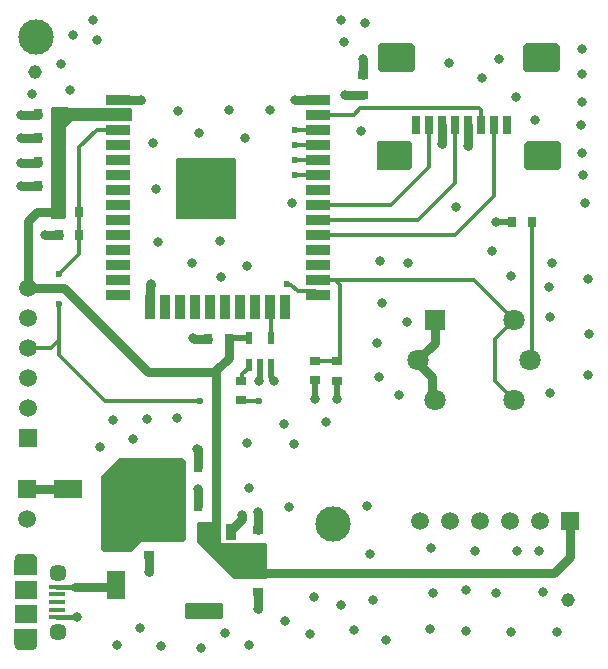
<source format=gbr>
%TF.GenerationSoftware,Altium Limited,Altium Designer,21.4.1 (30)*%
G04 Layer_Physical_Order=1*
G04 Layer_Color=255*
%FSLAX26Y26*%
%MOIN*%
%TF.SameCoordinates,1ED331C9-AAA6-4E36-89CA-E609260C48EE*%
%TF.FilePolarity,Positive*%
%TF.FileFunction,Copper,L1,Top,Signal*%
%TF.Part,Single*%
G01*
G75*
%TA.AperFunction,SMDPad,CuDef*%
G04:AMPARAMS|DCode=10|XSize=51.575mil|YSize=127.559mil|CornerRadius=3.868mil|HoleSize=0mil|Usage=FLASHONLY|Rotation=270.000|XOffset=0mil|YOffset=0mil|HoleType=Round|Shape=RoundedRectangle|*
%AMROUNDEDRECTD10*
21,1,0.051575,0.119823,0,0,270.0*
21,1,0.043839,0.127559,0,0,270.0*
1,1,0.007736,-0.059911,-0.021919*
1,1,0.007736,-0.059911,0.021919*
1,1,0.007736,0.059911,0.021919*
1,1,0.007736,0.059911,-0.021919*
%
%ADD10ROUNDEDRECTD10*%
G04:AMPARAMS|DCode=11|XSize=51.575mil|YSize=36.614mil|CornerRadius=2.746mil|HoleSize=0mil|Usage=FLASHONLY|Rotation=270.000|XOffset=0mil|YOffset=0mil|HoleType=Round|Shape=RoundedRectangle|*
%AMROUNDEDRECTD11*
21,1,0.051575,0.031122,0,0,270.0*
21,1,0.046083,0.036614,0,0,270.0*
1,1,0.005492,-0.015561,-0.023041*
1,1,0.005492,-0.015561,0.023041*
1,1,0.005492,0.015561,0.023041*
1,1,0.005492,0.015561,-0.023041*
%
%ADD11ROUNDEDRECTD11*%
%ADD12R,0.037402X0.031496*%
%ADD13R,0.078740X0.035433*%
%ADD14R,0.035433X0.078740*%
%TA.AperFunction,BGAPad,CuDef*%
%ADD15R,0.052362X0.052362*%
%TA.AperFunction,SMDPad,CuDef*%
%ADD16R,0.035433X0.029528*%
%ADD17R,0.029528X0.035433*%
%ADD18R,0.031496X0.037402*%
%ADD19R,0.020787X0.039748*%
%TA.AperFunction,ConnectorPad*%
%ADD20R,0.074803X0.059055*%
%ADD21R,0.053150X0.015748*%
%TA.AperFunction,SMDPad,CuDef*%
%ADD22R,0.096457X0.062992*%
%ADD23R,0.062992X0.096457*%
%ADD24R,0.031496X0.059055*%
%ADD25R,0.059055X0.080709*%
%TA.AperFunction,Conductor*%
%ADD26C,0.011811*%
%ADD27C,0.029528*%
%ADD28C,0.019685*%
%ADD29C,0.015748*%
%TA.AperFunction,WasherPad*%
%ADD30C,0.045354*%
%TA.AperFunction,ComponentPad*%
%ADD31R,0.059055X0.059055*%
%ADD32C,0.059055*%
%ADD33C,0.070866*%
%ADD34R,0.070866X0.070866*%
%ADD35O,0.074803X0.047244*%
%ADD36C,0.057087*%
%ADD37R,0.059055X0.059055*%
%TA.AperFunction,ViaPad*%
%ADD38C,0.031496*%
%ADD39C,0.118110*%
%ADD40C,0.023622*%
G36*
X2070866Y2153543D02*
Y2074803D01*
X2062992Y2066929D01*
X1956693D01*
X1948819Y2074803D01*
Y2153543D01*
X1956693Y2161417D01*
X2062992D01*
X2070866Y2153543D01*
D02*
G37*
G36*
X2555118Y2153544D02*
Y2074803D01*
X2547244Y2066929D01*
X2440945D01*
X2433071Y2074803D01*
Y2153543D01*
X2440945Y2161417D01*
X2547244D01*
X2555118Y2153544D01*
D02*
G37*
G36*
X2062992Y1826772D02*
Y1748032D01*
X2055118Y1740158D01*
X1948819D01*
X1944882Y1744094D01*
Y1830709D01*
X1948819Y1834646D01*
X2055118D01*
X2062992Y1826772D01*
D02*
G37*
G36*
X2559055Y1826772D02*
Y1748031D01*
X2551181Y1740157D01*
X2444882D01*
X2437008Y1748031D01*
Y1826772D01*
X2444882Y1834646D01*
X2551181D01*
X2559055Y1826772D01*
D02*
G37*
G36*
X918937Y1945079D02*
X1125787D01*
X1129921Y1940945D01*
Y1905512D01*
X1125984Y1901575D01*
X930433D01*
X908937Y1880079D01*
Y1580079D01*
X903937Y1575079D01*
X863937D01*
X858937Y1580079D01*
Y1945079D01*
X863937Y1950079D01*
X913937D01*
X918937Y1945079D01*
D02*
G37*
G36*
X1476378Y1775591D02*
Y1578740D01*
X1472441Y1574803D01*
X1279528D01*
X1275591Y1578740D01*
Y1775591D01*
X1279528Y1779527D01*
X1472441D01*
X1476378Y1775591D01*
D02*
G37*
G36*
X1310000Y770000D02*
Y510000D01*
X1300000Y500000D01*
X1160000D01*
X1125000Y465000D01*
X1035000D01*
X1025000Y475000D01*
Y720000D01*
X1085000Y780000D01*
X1300000D01*
X1310000Y770000D01*
D02*
G37*
G36*
X793425Y460787D02*
X794449Y460709D01*
X795472Y460591D01*
X796496Y460394D01*
X797480Y460157D01*
X798504Y459882D01*
X799449Y459527D01*
X800394Y459134D01*
X801339Y458701D01*
X802244Y458189D01*
X803110Y457638D01*
X803976Y457087D01*
X804803Y456457D01*
X805591Y455787D01*
X806339Y455079D01*
X807047Y454331D01*
X807716Y453543D01*
X808346Y452716D01*
X808898Y451850D01*
X809449Y450984D01*
X809961Y450079D01*
X810394Y449134D01*
X810787Y448189D01*
X811142Y447244D01*
X811417Y446220D01*
X811654Y445236D01*
X811850Y444212D01*
X811968Y443189D01*
X812047Y442165D01*
X812087Y441142D01*
Y389961D01*
X737283D01*
Y441142D01*
X737323Y442165D01*
X737402Y443189D01*
X737520Y444212D01*
X737716Y445236D01*
X737953Y446220D01*
X738228Y447244D01*
X738583Y448189D01*
X738976Y449134D01*
X739409Y450079D01*
X739921Y450984D01*
X740472Y451850D01*
X741024Y452716D01*
X741654Y453543D01*
X742323Y454331D01*
X743032Y455079D01*
X743779Y455787D01*
X744567Y456457D01*
X745394Y457087D01*
X746260Y457638D01*
X747126Y458189D01*
X748032Y458701D01*
X748976Y459134D01*
X749921Y459527D01*
X750866Y459882D01*
X751890Y460157D01*
X752874Y460394D01*
X753898Y460591D01*
X754921Y460709D01*
X755945Y460787D01*
X756968Y460827D01*
X792402D01*
X793425Y460787D01*
D02*
G37*
G36*
X1401575Y560832D02*
X1401575Y523622D01*
X1430197Y495000D01*
X1575000D01*
X1580000Y490000D01*
Y380000D01*
X1575000Y375000D01*
X1470000D01*
X1345000Y500000D01*
Y560000D01*
X1350000Y565000D01*
X1397407D01*
X1401575Y560832D01*
D02*
G37*
G36*
X812087Y157677D02*
X812047Y156654D01*
X811968Y155630D01*
X811850Y154606D01*
X811654Y153583D01*
X811417Y152598D01*
X811142Y151575D01*
X810787Y150630D01*
X810394Y149685D01*
X809961Y148740D01*
X809449Y147835D01*
X808898Y146969D01*
X808346Y146102D01*
X807716Y145275D01*
X807047Y144488D01*
X806339Y143740D01*
X805591Y143031D01*
X804803Y142362D01*
X803976Y141732D01*
X803110Y141181D01*
X802244Y140630D01*
X801339Y140118D01*
X800394Y139685D01*
X799449Y139291D01*
X798504Y138937D01*
X797480Y138661D01*
X796496Y138425D01*
X795472Y138228D01*
X794449Y138110D01*
X793425Y138031D01*
X792402Y137992D01*
X756968D01*
X755945Y138031D01*
X754921Y138110D01*
X753898Y138228D01*
X752874Y138425D01*
X751890Y138661D01*
X750866Y138937D01*
X749921Y139291D01*
X748976Y139685D01*
X748032Y140118D01*
X747126Y140630D01*
X746260Y141181D01*
X745394Y141732D01*
X744567Y142362D01*
X743779Y143031D01*
X743032Y143740D01*
X742323Y144488D01*
X741654Y145275D01*
X741024Y146102D01*
X740472Y146969D01*
X739921Y147835D01*
X739409Y148740D01*
X738976Y149685D01*
X738583Y150630D01*
X738228Y151575D01*
X737953Y152598D01*
X737716Y153583D01*
X737520Y154606D01*
X737402Y155630D01*
X737323Y156654D01*
X737283Y157677D01*
Y208858D01*
X812087D01*
Y157677D01*
D02*
G37*
D10*
X1370000Y270000D02*
D03*
D11*
X1279842Y533386D02*
D03*
X1370000D02*
D03*
X1460158D02*
D03*
D12*
X1550000Y538465D02*
D03*
Y471536D02*
D03*
Y331535D02*
D03*
Y398464D02*
D03*
X1811024Y1037401D02*
D03*
Y1104331D02*
D03*
X1897638Y1990157D02*
D03*
Y2057086D02*
D03*
D13*
X1080827Y1973110D02*
D03*
Y1923110D02*
D03*
Y1873110D02*
D03*
Y1823110D02*
D03*
Y1773110D02*
D03*
Y1723110D02*
D03*
Y1673110D02*
D03*
Y1623110D02*
D03*
Y1573110D02*
D03*
Y1523110D02*
D03*
Y1473110D02*
D03*
Y1423110D02*
D03*
Y1373110D02*
D03*
Y1323110D02*
D03*
X1750118D02*
D03*
Y1373110D02*
D03*
Y1423110D02*
D03*
Y1473110D02*
D03*
Y1523110D02*
D03*
Y1573110D02*
D03*
Y1623110D02*
D03*
Y1673110D02*
D03*
Y1723110D02*
D03*
Y1773110D02*
D03*
Y1823110D02*
D03*
Y1873110D02*
D03*
Y1923110D02*
D03*
Y1973110D02*
D03*
D14*
X1190473Y1283740D02*
D03*
X1240473D02*
D03*
X1290473D02*
D03*
X1340473D02*
D03*
X1390473D02*
D03*
X1440473D02*
D03*
X1490473D02*
D03*
X1540473D02*
D03*
X1590473D02*
D03*
X1640473D02*
D03*
D15*
X1303858Y1750079D02*
D03*
X1376102D02*
D03*
X1448347D02*
D03*
X1303858Y1677835D02*
D03*
X1376102D02*
D03*
X1448347D02*
D03*
X1303858Y1605591D02*
D03*
X1376102D02*
D03*
X1448347D02*
D03*
D16*
X1740158Y1038386D02*
D03*
Y1103346D02*
D03*
X1492126Y1036417D02*
D03*
Y971457D02*
D03*
X1185000Y457520D02*
D03*
Y522480D02*
D03*
D17*
X2396654Y1566929D02*
D03*
X2461614D02*
D03*
X952756Y1598425D02*
D03*
X887795D02*
D03*
D18*
X815630Y1925079D02*
D03*
X882559D02*
D03*
X815630Y1765079D02*
D03*
X882559D02*
D03*
X815630Y1845079D02*
D03*
X882559D02*
D03*
X815630Y1685079D02*
D03*
X882559D02*
D03*
X886811Y1523425D02*
D03*
X953740D02*
D03*
X1450788Y1177165D02*
D03*
X1383859D02*
D03*
X1348465Y620000D02*
D03*
X1281535D02*
D03*
X1348465Y750000D02*
D03*
X1281535D02*
D03*
D19*
X1517717Y1090551D02*
D03*
X1555118D02*
D03*
X1592520D02*
D03*
Y1180614D02*
D03*
X1517717D02*
D03*
D20*
X774685Y260039D02*
D03*
Y338779D02*
D03*
D21*
X880000Y248228D02*
D03*
Y273819D02*
D03*
Y299409D02*
D03*
Y325000D02*
D03*
Y350591D02*
D03*
D22*
X915354Y675000D02*
D03*
X1084646D02*
D03*
D23*
X1075000Y355354D02*
D03*
Y524646D02*
D03*
D24*
X2377953Y1889764D02*
D03*
X2334646D02*
D03*
X2291339D02*
D03*
X2248032D02*
D03*
X2204724D02*
D03*
X2161417D02*
D03*
X2118110D02*
D03*
X2074803D02*
D03*
D25*
X2522638Y1787401D02*
D03*
Y2114173D02*
D03*
X1981299D02*
D03*
Y1787401D02*
D03*
D26*
X885827Y1122047D02*
X1039370Y968504D01*
X885827Y1122047D02*
Y1172441D01*
X1039370Y968504D02*
X1354331D01*
X783465Y1147244D02*
X860630D01*
X860630D02*
X885827Y1172441D01*
X953248Y1461122D02*
Y1597933D01*
X885827Y1393701D02*
X953248Y1461122D01*
X885827Y1172441D02*
Y1291339D01*
X1492126Y971457D02*
X1493602Y969980D01*
X1549705D01*
X1551181Y968504D01*
X1497047Y1041339D02*
Y1060401D01*
X1492126Y1036417D02*
X1497047Y1041339D01*
X1517717Y1081071D02*
Y1090551D01*
X1497047Y1060401D02*
X1517717Y1081071D01*
X1673228Y1771653D02*
X1748661D01*
X1750118Y1773110D01*
X1673228Y1822835D02*
X1749843D01*
X1750118Y1823110D01*
X1647929Y1356008D02*
X1659740D01*
X1645669Y1358268D02*
X1647929Y1356008D01*
X1681102Y1334646D02*
X1738583D01*
X1659740Y1356008D02*
X1681102Y1334646D01*
X1738583D02*
X1750118Y1323110D01*
X1673918Y1723665D02*
X1749564D01*
X1750118Y1723110D01*
X1749213Y1874016D02*
X1750118Y1873110D01*
X1673228Y1874016D02*
X1749213D01*
X2456693Y1106299D02*
X2461614Y1111220D01*
Y1566929D01*
X1750118Y1773110D02*
X1751575Y1771653D01*
X1750118Y1823110D02*
X1750394Y1822835D01*
X1811024Y1104331D02*
X1812992D01*
X1807087Y1373110D02*
X1822835Y1357362D01*
X1812992Y1104331D02*
X1822835Y1114173D01*
Y1357362D01*
X1810532Y1103839D02*
X1811024Y1104331D01*
X1740158Y1103346D02*
X1740650Y1103839D01*
X1810532D01*
X1807087Y1373110D02*
X2267362D01*
X1750118D02*
X1807087D01*
X2267362D02*
X2401929Y1238543D01*
X2338583Y1175197D02*
X2401929Y1238543D01*
X2338583Y1037401D02*
Y1175197D01*
Y1037401D02*
X2401929Y974055D01*
X1993189Y1623110D02*
X2118110Y1748032D01*
Y1889764D01*
X1750118Y1623110D02*
X1993189D01*
X2334646Y1653543D02*
Y1889764D01*
X2204213Y1523110D02*
X2334646Y1653543D01*
X1750118Y1523110D02*
X2204213D01*
X1750118Y1573110D02*
X2080984D01*
X2204724Y1696850D01*
Y1889764D01*
X1867992Y1923110D02*
X1889764Y1944882D01*
X1750118Y1923110D02*
X1867992D01*
X1889764Y1944882D02*
X2284420D01*
X2291339Y1937963D01*
Y1889764D02*
Y1937963D01*
X952756Y1598425D02*
X953248Y1597933D01*
X1592520Y1180614D02*
Y1283740D01*
X1010906Y1873110D02*
X1080827D01*
X952756Y1814960D02*
X1010906Y1873110D01*
X952756Y1598425D02*
Y1814960D01*
D27*
X2248032Y1818898D02*
Y1889764D01*
X2248032Y1889764D01*
X1550000Y396496D02*
Y398464D01*
Y396496D02*
X2536260D01*
X1460158Y533386D02*
Y540866D01*
X1494623Y575332D01*
Y589623D01*
X1495000Y590000D01*
X1897638Y2057086D02*
Y2110236D01*
X811024Y1598425D02*
X887795D01*
X783465Y1570866D02*
X811024Y1598425D01*
X783465Y1347244D02*
Y1570866D01*
X1840100Y1989173D02*
X1896653D01*
X1839115Y1988189D02*
X1840100Y1989173D01*
X1896653D02*
X1897638Y1990157D01*
X1838583Y1988189D02*
X1839115D01*
X1409972Y1071389D02*
X1450788Y1112205D01*
X1409972Y491386D02*
Y1071389D01*
X1450788Y1112205D02*
Y1177165D01*
Y1179630D01*
X1451772Y1180614D01*
X900787Y1347244D02*
X1181102Y1066929D01*
X1405512D01*
X783465Y1347244D02*
X900787D01*
X1348465Y750000D02*
Y808483D01*
X1346457Y810491D02*
Y811024D01*
Y810491D02*
X1348465Y808483D01*
Y620000D02*
Y674704D01*
X1350394Y676633D02*
Y677165D01*
X1348465Y674704D02*
X1350394Y676633D01*
X2137441Y1238543D02*
X2137795Y1238189D01*
Y1163928D02*
Y1238189D01*
X2082677Y1108810D02*
X2137795Y1163928D01*
X2082677Y1106299D02*
Y1108810D01*
Y1095113D02*
X2129531Y1048259D01*
X2082677Y1095113D02*
Y1106299D01*
X2129531Y981965D02*
X2137441Y974055D01*
X2129531Y981965D02*
Y1048259D01*
X2588347Y448583D02*
Y568582D01*
X2536260Y396496D02*
X2588347Y448583D01*
X1331241Y1181102D02*
X1335178Y1177165D01*
X1330709Y1181102D02*
X1331241D01*
X1335178Y1177165D02*
X1383859D01*
X1192913Y1357735D02*
Y1358268D01*
X1190473Y1355294D02*
X1192913Y1357735D01*
X1190473Y1283740D02*
Y1355294D01*
X1080827Y1973110D02*
X1156278D01*
X1156948Y1972441D01*
X1157480D01*
X759843Y1921260D02*
X760219Y1921636D01*
X1673228Y1972441D02*
X1673761D01*
X1674430Y1973110D01*
X1750118D01*
X814646Y1921636D02*
X815630Y1922621D01*
Y1925079D01*
X760219Y1921636D02*
X814646D01*
X759843Y1846457D02*
X814646D01*
X815630Y1764764D02*
Y1765079D01*
X759843Y1763780D02*
X814646D01*
X815630Y1764764D01*
X814646Y1846457D02*
X815630Y1845472D01*
Y1845079D02*
Y1845472D01*
X759862Y1685059D02*
X815610D01*
X815630Y1685079D01*
X759843Y1685039D02*
X759862Y1685059D01*
X886713Y1523524D02*
X886811Y1523425D01*
X838583Y1523622D02*
X838681Y1523524D01*
X886713D01*
X1550000Y275000D02*
Y331535D01*
Y538465D02*
Y600000D01*
X780000Y675000D02*
X915354D01*
X1185000Y400000D02*
Y457520D01*
X1070236Y350591D02*
X1075000Y355354D01*
X939409Y350591D02*
X1070236D01*
X2160845Y1825113D02*
X2161131Y1825399D01*
Y1889477D01*
X2161417Y1889764D01*
D28*
X2342520Y1566929D02*
X2396654D01*
X1811024Y976378D02*
Y1037401D01*
X1740158Y976378D02*
Y1038386D01*
X1451772Y1180614D02*
X1517717D01*
X1592520Y1048472D02*
X1602362Y1038629D01*
Y1035433D02*
Y1038629D01*
X1551181Y1035433D02*
Y1038629D01*
X1555118Y1042566D01*
X1592520Y1048472D02*
Y1090551D01*
X1555118Y1042566D02*
Y1090551D01*
D29*
X880000Y248228D02*
X943228D01*
X945000Y250000D01*
X880000Y350591D02*
X939409D01*
D30*
X2580709Y307087D02*
D03*
X807087Y2066929D02*
D03*
D31*
X783465Y847244D02*
D03*
X780000Y675000D02*
D03*
D32*
X783465Y947244D02*
D03*
Y1047244D02*
D03*
Y1147244D02*
D03*
Y1247244D02*
D03*
Y1347244D02*
D03*
X780000Y575000D02*
D03*
X2488347Y568582D02*
D03*
X2388347D02*
D03*
X2288347D02*
D03*
X2188347D02*
D03*
X2088347D02*
D03*
D33*
X2401929Y1238543D02*
D03*
X2456693Y1106299D02*
D03*
X2401929Y974055D02*
D03*
X2137441D02*
D03*
X2082677Y1106299D02*
D03*
D34*
X2137441Y1238543D02*
D03*
D35*
X774685Y161614D02*
D03*
Y437205D02*
D03*
D36*
X880984Y200984D02*
D03*
Y397835D02*
D03*
D37*
X2588347Y568582D02*
D03*
D38*
X2629389Y1795276D02*
D03*
X2627420Y1966535D02*
D03*
Y2143701D02*
D03*
X2209512Y1614561D02*
D03*
X1893168Y1870079D02*
D03*
X1836082Y2167323D02*
D03*
X890994Y2093458D02*
D03*
X795236Y1993537D02*
D03*
X1013247Y2171260D02*
D03*
X999467Y2238189D02*
D03*
X932538Y2190945D02*
D03*
X920727Y2005906D02*
D03*
X1280272Y912096D02*
D03*
X1021121Y814961D02*
D03*
X1133326Y842520D02*
D03*
X1180570Y909449D02*
D03*
X1064428Y907480D02*
D03*
X2241593Y338583D02*
D03*
X2242963Y204206D02*
D03*
X2497348Y331868D02*
D03*
X2547099Y200451D02*
D03*
X2393168Y198819D02*
D03*
X2341526Y329990D02*
D03*
X2121515Y208661D02*
D03*
X2486084Y470794D02*
D03*
X2413805Y468916D02*
D03*
X2271121Y468504D02*
D03*
X2125627Y481119D02*
D03*
X2131890Y328740D02*
D03*
X1439445Y194819D02*
D03*
X1156948Y212598D02*
D03*
X1078207Y157480D02*
D03*
X1225845Y151575D02*
D03*
X1359656Y145069D02*
D03*
X1520172Y157272D02*
D03*
X1976375Y174168D02*
D03*
X1868426Y205145D02*
D03*
X1640324Y237060D02*
D03*
X1721908Y192913D02*
D03*
X1825246Y289627D02*
D03*
X1932256Y304646D02*
D03*
X1736070Y314972D02*
D03*
X1912853Y618110D02*
D03*
X1776434Y898836D02*
D03*
X1668759Y826772D02*
D03*
X1635631Y893204D02*
D03*
X1512662Y830312D02*
D03*
X1651042Y616142D02*
D03*
X1517716Y681102D02*
D03*
X1922696Y460630D02*
D03*
X2649074Y1057087D02*
D03*
X2653011Y1192913D02*
D03*
X2647538Y1375690D02*
D03*
X2521121Y996063D02*
D03*
X2519152Y1348425D02*
D03*
X2521121Y1250000D02*
D03*
X2530202Y1428256D02*
D03*
X2328207Y1468504D02*
D03*
X2391200Y1387795D02*
D03*
X2019152Y990158D02*
D03*
X1952908Y1048087D02*
D03*
X1944349Y1161417D02*
D03*
X2044743Y1232284D02*
D03*
X1962066Y1297244D02*
D03*
X2048680Y1429134D02*
D03*
X1954192Y1437008D02*
D03*
X2471908Y1907480D02*
D03*
X2639231Y1627953D02*
D03*
X2633326Y1722441D02*
D03*
X2624071Y1889153D02*
D03*
X2627953Y2059055D02*
D03*
X2351829Y2110236D02*
D03*
X2408916Y1984252D02*
D03*
X2294743Y2047244D02*
D03*
X2186475Y2096457D02*
D03*
X1906948Y2230315D02*
D03*
X1826772Y2238189D02*
D03*
X1660885Y1629921D02*
D03*
X1426633Y1383858D02*
D03*
X1590018Y1940945D02*
D03*
X1505373Y1846457D02*
D03*
X1452223Y1938976D02*
D03*
X1351209Y1862869D02*
D03*
X1280963Y1937008D02*
D03*
X1198286Y1830709D02*
D03*
X1210097Y1675197D02*
D03*
X1513247Y1419291D02*
D03*
X1420727Y1503937D02*
D03*
X1328207Y1431102D02*
D03*
X1214034Y1498032D02*
D03*
X2248032Y1818898D02*
D03*
X1897638Y2110236D02*
D03*
X2039370Y1763780D02*
D03*
Y1807087D02*
D03*
X2460630Y1767716D02*
D03*
Y1811024D02*
D03*
X2456693Y2094488D02*
D03*
Y2137795D02*
D03*
X2047244Y2086614D02*
D03*
Y2133858D02*
D03*
X2160845Y1825113D02*
D03*
X1838583Y1988189D02*
D03*
X1196850Y688976D02*
D03*
X1346457Y811024D02*
D03*
X1350394Y677165D02*
D03*
X2342520Y1566929D02*
D03*
X1811024Y976378D02*
D03*
X1740158D02*
D03*
X838583Y1523622D02*
D03*
X1551181Y1035433D02*
D03*
X1602362D02*
D03*
X759843Y1763780D02*
D03*
Y1685039D02*
D03*
Y1846457D02*
D03*
X1157480Y1972441D02*
D03*
X1192913Y1358268D02*
D03*
X1330709Y1181102D02*
D03*
X759843Y1921260D02*
D03*
X1673228Y1972441D02*
D03*
X945000Y250000D02*
D03*
X1550000Y600000D02*
D03*
X1185000Y400000D02*
D03*
X1550000Y275000D02*
D03*
X1495000Y590000D02*
D03*
D39*
X809055Y2183071D02*
D03*
X1799213Y561024D02*
D03*
D40*
X885827Y1393701D02*
D03*
Y1291339D02*
D03*
X1354331Y968504D02*
D03*
X1551181D02*
D03*
X1673228Y1771653D02*
D03*
Y1822835D02*
D03*
X1645669Y1358268D02*
D03*
X1673918Y1723665D02*
D03*
X1673228Y1874016D02*
D03*
X1303150Y1641732D02*
D03*
X1338583Y1751968D02*
D03*
X1377953Y1641732D02*
D03*
X1413386Y1606299D02*
D03*
X1338583D02*
D03*
X1413386Y1677165D02*
D03*
X1338583D02*
D03*
X1303150Y1712598D02*
D03*
X1377953D02*
D03*
X1409449Y1751968D02*
D03*
X1448416Y1714457D02*
D03*
X1448819Y1641732D02*
D03*
%TF.MD5,9897bb8a56dc10abdb8968045d0242cd*%
M02*

</source>
